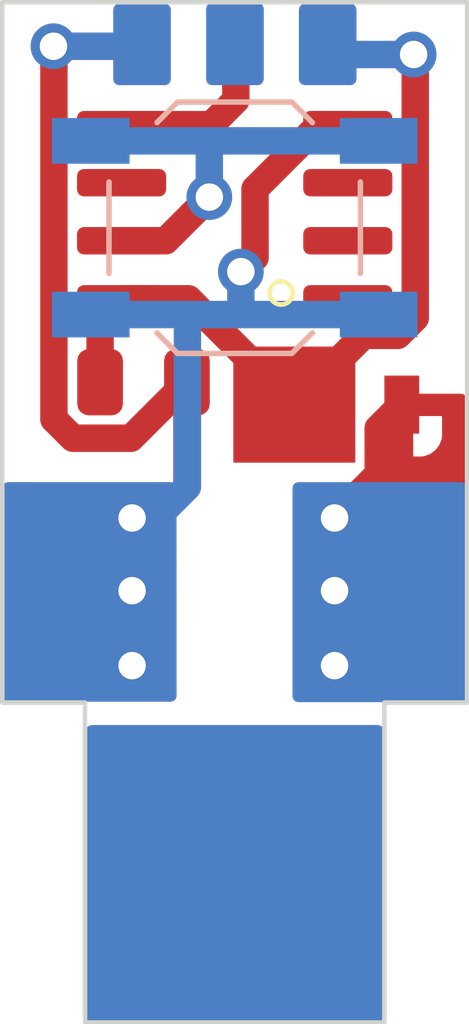
<source format=kicad_pcb>
(kicad_pcb (version 20221018) (generator pcbnew)
  (layers (0 "F.Cu" signal) (31 "B.Cu" signal) (34 "B.Paste" user) (35 "F.Paste" user) (36 "B.SilkS" user "B.Silkscreen") (37 "F.SilkS" user "F.Silkscreen") (38 "B.Mask" user) (39 "F.Mask" user) (44 "Edge.Cuts" user))
  (net 0 "")
  (net 1 "+5V")
  (net 2 "GND")
  (net 3 "Net-(D1-DIN)")
  (net 7 "Net-(U1-PB2)")
  (net 9 "Net-(D1-VDD)")
  (footprint "Diode_SMD:D_Powermite_AK" (layer "F.Cu") (at 158.2185 85.68)
    (fp_text reference "D2" hide)
    (fp_text value "D_Schottky" hide)
    (pad "1" smd rect (at -0.6985 0) (size 2.67 2.54) (layers "F.Cu" "F.Paste" "F.Mask") (net 9 "Net-(D1-VDD)"))
    (pad "2" smd rect (at 1.6525 0) (size 0.762 1.27) (layers "F.Cu" "F.Paste" "F.Mask") (net 1 "+5V"))
  )
  (footprint "Package_SO:SOIC-8_3.9x4.9mm_P1.27mm" (layer "F.Cu") (at 156.215 81.46 180)
    (fp_text reference "U1" hide)
    (fp_text value "ATtiny13A-SS" hide)
    (fp_circle (center -1.016 -1.778) (end -0.762 -1.778) (stroke (width 0.1)) (fill none) (layer "F.SilkS"))
    (pad "1" smd roundrect (at -2.475 -1.905 180) (size 1.95 0.6) (layers "F.Cu" "F.Paste" "F.Mask"))
    (pad "2" smd roundrect (at -2.475 -0.635 180) (size 1.95 0.6) (layers "F.Cu" "F.Paste" "F.Mask"))
    (pad "3" smd roundrect (at -2.475 0.635 180) (size 1.95 0.6) (layers "F.Cu" "F.Paste" "F.Mask"))
    (pad "4" smd roundrect (at -2.475 1.905 180) (size 1.95 0.6) (layers "F.Cu" "F.Paste" "F.Mask") (net 2 "GND"))
    (pad "5" smd roundrect (at 2.475 1.905 180) (size 1.95 0.6) (layers "F.Cu" "F.Paste" "F.Mask") (net 3 "Net-(D1-DIN)"))
    (pad "6" smd roundrect (at 2.475 0.635 180) (size 1.95 0.6) (layers "F.Cu" "F.Paste" "F.Mask"))
    (pad "7" smd roundrect (at 2.475 -0.635 180) (size 1.95 0.6) (layers "F.Cu" "F.Paste" "F.Mask") (net 7 "Net-(U1-PB2)"))
    (pad "8" smd roundrect (at 2.475 -1.905 180) (size 1.95 0.6) (layers "F.Cu" "F.Paste" "F.Mask") (net 9 "Net-(D1-VDD)"))
  )
  (footprint "led:niu" (layer "F.Cu") (at 156.038877 95.899084)
    (fp_text reference "G***" hide)
    (fp_text value "LOGO" hide)
  )
  (footprint "Capacitor_SMD:C_0805_2012Metric" (layer "F.Cu") (at 154.22 85.19)
    (fp_text reference "C1" hide)
    (fp_text value "100nF" hide)
    (pad "1" smd roundrect (at -0.95 0) (size 1 1.45) (layers "F.Cu" "F.Paste" "F.Mask") (net 9 "Net-(D1-VDD)"))
    (pad "2" smd roundrect (at 0.95 0) (size 1 1.45) (layers "F.Cu" "F.Paste" "F.Mask") (net 2 "GND"))
  )
  (footprint "Button_Switch_SMD:SW_SPST_TL3342" (layer "B.Cu") (at 156.215 81.81 180)
    (fp_text reference "SW1" hide)
    (fp_text value "SW_Push" hide)
    (fp_line (start -2.75 1) (end -2.75 -1) (stroke (width 0.12)) (layer "B.SilkS"))
    (fp_line (start -1.7 -2.3) (end -1.25 -2.75) (stroke (width 0.12)) (layer "B.SilkS"))
    (fp_line (start -1.7 2.3) (end -1.25 2.75) (stroke (width 0.12)) (layer "B.SilkS"))
    (fp_line (start -1.25 -2.75) (end 1.25 -2.75) (stroke (width 0.12)) (layer "B.SilkS"))
    (fp_line (start -1.25 2.75) (end 1.25 2.75) (stroke (width 0.12)) (layer "B.SilkS"))
    (fp_line (start 1.7 -2.3) (end 1.25 -2.75) (stroke (width 0.12)) (layer "B.SilkS"))
    (fp_line (start 1.7 2.3) (end 1.25 2.75) (stroke (width 0.12)) (layer "B.SilkS"))
    (fp_line (start 2.75 1) (end 2.75 -1) (stroke (width 0.12)) (layer "B.SilkS"))
    (pad "1" smd rect (at -3.15 1.9 180) (size 1.7 1) (layers "B.Cu" "B.Paste" "B.Mask") (net 7 "Net-(U1-PB2)"))
    (pad "1" smd rect (at 3.15 1.9 180) (size 1.7 1) (layers "B.Cu" "B.Paste" "B.Mask") (net 7 "Net-(U1-PB2)"))
    (pad "2" smd rect (at -3.15 -1.9 180) (size 1.7 1) (layers "B.Cu" "B.Paste" "B.Mask") (net 2 "GND"))
    (pad "2" smd rect (at 3.15 -1.9 180) (size 1.7 1) (layers "B.Cu" "B.Paste" "B.Mask") (net 2 "GND"))
  )
  (gr_line (start 152.94 99.198) (end 159.49 99.198) (stroke (width 0.1)) (layer "Edge.Cuts"))
  (gr_line (start 151.13 76.878) (end 161.3 76.878) (stroke (width 0.1)) (layer "Edge.Cuts"))
  (gr_line (start 151.13 92.198) (end 152.94 92.198) (stroke (width 0.1)) (layer "Edge.Cuts"))
  (gr_line (start 159.49 92.198) (end 161.3 92.198) (stroke (width 0.1)) (layer "Edge.Cuts"))
  (gr_line (start 161.3 76.878) (end 161.3 92.198) (stroke (width 0.1)) (layer "Edge.Cuts"))
  (gr_line (start 151.13 76.878) (end 151.13 92.198) (stroke (width 0.1)) (layer "Edge.Cuts"))
  (gr_line (start 159.49 92.198) (end 159.49 99.198) (stroke (width 0.1)) (layer "Edge.Cuts"))
  (gr_line (start 152.94 92.198) (end 152.94 99.198) (stroke (width 0.1)) (layer "Edge.Cuts"))
  (segment (start 159.355 87.21) (end 159.35 87.21) (width 0.6) (layer "F.Cu") (net 1))
  (segment (start 159.871 85.68) (end 159.355 86.196) (width 0.6) (layer "F.Cu") (net 1))
  (segment (start 159.35 87.21) (end 158.4 88.16) (width 0.6) (layer "F.Cu") (net 1))
  (segment (start 159.355 86.196) (end 159.355 87.21) (width 0.6) (layer "F.Cu") (net 1))
  (segment (start 159.871 85.68) (end 159.871 85.681) (width 0.6) (layer "F.Cu") (net 1))
  (via (at 158.4 88.16) (size 1) (drill 0.6) (layers "F.Cu" "B.Cu") (net 1))
  (via (at 158.4 89.75) (size 1) (drill 0.6) (layers "F.Cu" "B.Cu") (net 1))
  (via (at 158.4 91.39) (size 1) (drill 0.6) (layers "F.Cu" "B.Cu") (net 1))
  (segment (start 155.17 85.19) (end 155.17 87.49) (width 0.6) (layer "F.Cu") (net 2))
  (segment (start 152.25 77.84) (end 154.13 77.84) (width 0.6) (layer "F.Cu") (net 2))
  (segment (start 155.17 85.19) (end 153.945 86.415) (width 0.6) (layer "F.Cu") (net 2))
  (segment (start 156.66 80.960761) (end 156.66 82.46) (width 0.6) (layer "F.Cu") (net 2))
  (segment (start 158.065761 79.555) (end 156.66 80.960761) (width 0.6) (layer "F.Cu") (net 2))
  (segment (start 152.675 86.415) (end 152.26 86) (width 0.6) (layer "F.Cu") (net 2))
  (segment (start 156.66 82.46) (end 156.35 82.77) (width 0.6) (layer "F.Cu") (net 2))
  (segment (start 154.5 88.16) (end 153.97 88.16) (width 0.6) (layer "F.Cu") (net 2))
  (segment (start 152.26 86) (end 152.26 77.85) (width 0.6) (layer "F.Cu") (net 2))
  (segment (start 152.26 77.85) (end 152.25 77.84) (width 0.6) (layer "F.Cu") (net 2))
  (segment (start 153.945 86.415) (end 152.675 86.415) (width 0.6) (layer "F.Cu") (net 2))
  (segment (start 155.17 87.49) (end 154.5 88.16) (width 0.6) (layer "F.Cu") (net 2))
  (segment (start 158.69 79.555) (end 158.065761 79.555) (width 0.6) (layer "F.Cu") (net 2))
  (via (at 152.25 77.84) (size 1) (drill 0.6) (layers "F.Cu" "B.Cu") (net 2))
  (via (at 153.97 91.39) (size 1) (drill 0.6) (layers "F.Cu" "B.Cu") (net 2))
  (via (at 156.35 82.77) (size 1) (drill 0.6) (layers "F.Cu" "B.Cu") (net 2))
  (via (at 153.97 89.75) (size 1) (drill 0.6) (layers "F.Cu" "B.Cu") (net 2))
  (via (at 153.97 88.16) (size 1) (drill 0.6) (layers "F.Cu" "B.Cu") (net 2))
  (segment (start 152.25 77.84) (end 154.1 77.84) (width 0.6) (layer "B.Cu") (net 2))
  (segment (start 153.065 83.71) (end 155.18 83.71) (width 0.6) (layer "B.Cu") (net 2))
  (segment (start 156.35 82.77) (end 156.35 83.7) (width 0.6) (layer "B.Cu") (net 2))
  (segment (start 156.35 83.7) (end 156.34 83.71) (width 0.6) (layer "B.Cu") (net 2))
  (segment (start 155.18 87.48) (end 155.18 83.71) (width 0.6) (layer "B.Cu") (net 2))
  (segment (start 156.34 83.71) (end 159.365 83.71) (width 0.6) (layer "B.Cu") (net 2))
  (segment (start 155.18 83.71) (end 156.34 83.71) (width 0.6) (layer "B.Cu") (net 2))
  (segment (start 155.18 87.48) (end 154.5 88.16) (width 0.6) (layer "B.Cu") (net 2))
  (segment (start 154.5 88.16) (end 153.97 88.16) (width 0.6) (layer "B.Cu") (net 2))
  (segment (start 155.705 79.555) (end 156.24 79.02) (width 0.6) (layer "F.Cu") (net 3))
  (segment (start 156.24 79.02) (end 156.24 78.16) (width 0.6) (layer "F.Cu") (net 3))
  (segment (start 153.74 79.555) (end 155.705 79.555) (width 0.6) (layer "F.Cu") (net 3))
  (segment (start 153.74 82.095) (end 154.705 82.095) (width 0.6) (layer "F.Cu") (net 7))
  (segment (start 154.705 82.095) (end 155.66 81.14) (width 0.6) (layer "F.Cu") (net 7))
  (via (at 155.66 81.14) (size 1) (drill 0.6) (layers "F.Cu" "B.Cu") (net 7))
  (segment (start 153.065 79.91) (end 155.66 79.91) (width 0.6) (layer "B.Cu") (net 7))
  (segment (start 155.66 81.14) (end 155.66 79.91) (width 0.6) (layer "B.Cu") (net 7))
  (segment (start 156.28 79.91) (end 159.365 79.91) (width 0.6) (layer "B.Cu") (net 7))
  (segment (start 155.66 79.91) (end 156.28 79.91) (width 0.6) (layer "B.Cu") (net 7))
  (segment (start 159.784239 84.165) (end 160.165 83.784239) (width 0.6) (layer "F.Cu") (net 9))
  (segment (start 160.13 78.02) (end 158.31 78.02) (width 0.6) (layer "F.Cu") (net 9))
  (segment (start 153.27 85.19) (end 153.27 83.835) (width 0.6) (layer "F.Cu") (net 9))
  (segment (start 160.165 78.725) (end 160.165 78.055) (width 0.6) (layer "F.Cu") (net 9))
  (segment (start 160.165 78.055) (end 160.13 78.02) (width 0.6) (layer "F.Cu") (net 9))
  (segment (start 153.27 83.835) (end 153.74 83.365) (width 0.6) (layer "F.Cu") (net 9))
  (segment (start 157.52 85.68) (end 155.205 83.365) (width 0.6) (layer "F.Cu") (net 9))
  (segment (start 160.165 83.784239) (end 160.165 78.725) (width 0.6) (layer "F.Cu") (net 9))
  (segment (start 157.52 85.68) (end 159.035 84.165) (width 0.6) (layer "F.Cu") (net 9))
  (segment (start 155.205 83.365) (end 153.74 83.365) (width 0.6) (layer "F.Cu") (net 9))
  (segment (start 159.035 84.165) (end 159.784239 84.165) (width 0.6) (layer "F.Cu") (net 9))
  (via (at 160.13 78.02) (size 1) (drill 0.6) (layers "F.Cu" "B.Cu") (net 9))
  (segment (start 160.13 78.02) (end 158.29 78.02) (width 0.6) (layer "B.Cu") (net 9))
  (segment (start 158.29 78.02) (end 158.28 78.03) (width 0.6) (layer "B.Cu") (net 9))
  (zone (net 3) (net_name "Net-(D1-DIN)") (layer "F.Cu") (priority 1) (connect_pads (clearance 0.5)) (min_thickness 0.25) (fill yes (thermal_gap 0.5) (thermal_bridge_width 0.5))
    (polygon (pts (xy 155.59 76.912) (xy 156.85 76.912) (xy 156.85 78.69) (xy 155.59 78.69)))
  )
  (zone (net 1) (net_name "+5V") (layer "F.Cu") (priority 5) (connect_pads (clearance 0.5)) (min_thickness 0.25) (fill yes (thermal_gap 0.5) (thermal_bridge_width 0.5))
    (polygon (pts (xy 159.51 85.44) (xy 161.29 85.44) (xy 161.29 87.44) (xy 159.5 87.44)))
  )
  (zone (net 0) (net_name "") (layer "F.Cu") (priority 3) (connect_pads (clearance 0.5)) (min_thickness 0.25) (fill yes (thermal_gap 0.5) (thermal_bridge_width 0.5) (island_removal_mode 1) (island_area_min 10))
    (polygon (pts (xy 152.96 92.69) (xy 159.47 92.69) (xy 159.49 99.2) (xy 152.94 99.19)))
  )
  (zone (net 1) (net_name "+5V") (layers "F&B.Cu") (connect_pads (clearance 0.5)) (min_thickness 0.25) (fill yes (thermal_gap 0.5) (thermal_bridge_width 0.5))
    (polygon (pts (xy 157.48 87.376) (xy 161.29 87.376) (xy 161.29 92.19) (xy 157.48 92.19)))
  )
  (zone (net 9) (net_name "Net-(D1-VDD)") (layers "F&B.Cu") (priority 1) (connect_pads (clearance 0.5)) (min_thickness 0.25) (fill yes (thermal_gap 0.5) (thermal_bridge_width 0.5))
    (polygon (pts (xy 157.62 76.912) (xy 158.88 76.912) (xy 158.88 78.69) (xy 157.62 78.69)))
  )
  (zone (net 2) (net_name "GND") (layers "F&B.Cu") (priority 1) (connect_pads (clearance 0.5)) (min_thickness 0.25) (fill yes (thermal_gap 0.5) (thermal_bridge_width 0.5))
    (polygon (pts (xy 153.558 76.912) (xy 154.818 76.912) (xy 154.818 78.69) (xy 153.558 78.69)))
  )
  (zone (net 2) (net_name "GND") (layers "F&B.Cu") (connect_pads (clearance 0.5)) (min_thickness 0.25) (fill yes (thermal_gap 0.5) (thermal_bridge_width 0.5))
    (polygon (pts (xy 151.13 87.376) (xy 154.94 87.376) (xy 154.943732 92.179135) (xy 151.133732 92.179135)))
  )
  (zone (net 0) (net_name "") (layer "B.Cu") (priority 4) (connect_pads (clearance 0.5)) (min_thickness 0.25) (fill yes (thermal_gap 0.5) (thermal_bridge_width 0.5) (island_removal_mode 1) (island_area_min 10))
    (polygon (pts (xy 152.96 92.69) (xy 159.48 92.69) (xy 159.49 99.2) (xy 152.94 99.2)))
  )
  (zone (net 0) (net_name "") (layer "B.Cu") (priority 2) (connect_pads (clearance 0.5)) (min_thickness 0.25) (fill yes (thermal_gap 0.5) (thermal_bridge_width 0.5) (island_removal_mode 1) (island_area_min 10))
    (polygon (pts (xy 155.59 78.69) (xy 156.85 78.69) (xy 156.85 76.89) (xy 155.59 76.89)))
  )
)
</source>
